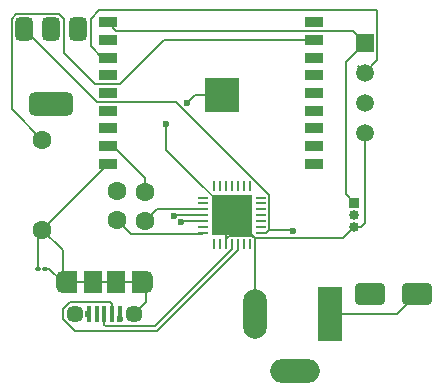
<source format=gbr>
%TF.GenerationSoftware,KiCad,Pcbnew,8.0.6*%
%TF.CreationDate,2025-07-13T00:12:13+05:30*%
%TF.ProjectId,Plant,506c616e-742e-46b6-9963-61645f706362,rev?*%
%TF.SameCoordinates,Original*%
%TF.FileFunction,Copper,L1,Top*%
%TF.FilePolarity,Positive*%
%FSLAX46Y46*%
G04 Gerber Fmt 4.6, Leading zero omitted, Abs format (unit mm)*
G04 Created by KiCad (PCBNEW 8.0.6) date 2025-07-13 00:12:13*
%MOMM*%
%LPD*%
G01*
G04 APERTURE LIST*
G04 Aperture macros list*
%AMRoundRect*
0 Rectangle with rounded corners*
0 $1 Rounding radius*
0 $2 $3 $4 $5 $6 $7 $8 $9 X,Y pos of 4 corners*
0 Add a 4 corners polygon primitive as box body*
4,1,4,$2,$3,$4,$5,$6,$7,$8,$9,$2,$3,0*
0 Add four circle primitives for the rounded corners*
1,1,$1+$1,$2,$3*
1,1,$1+$1,$4,$5*
1,1,$1+$1,$6,$7*
1,1,$1+$1,$8,$9*
0 Add four rect primitives between the rounded corners*
20,1,$1+$1,$2,$3,$4,$5,0*
20,1,$1+$1,$4,$5,$6,$7,0*
20,1,$1+$1,$6,$7,$8,$9,0*
20,1,$1+$1,$8,$9,$2,$3,0*%
G04 Aperture macros list end*
%TA.AperFunction,SMDPad,CuDef*%
%ADD10RoundRect,0.100000X-0.130000X-0.100000X0.130000X-0.100000X0.130000X0.100000X-0.130000X0.100000X0*%
%TD*%
%TA.AperFunction,ComponentPad*%
%ADD11C,1.600000*%
%TD*%
%TA.AperFunction,ComponentPad*%
%ADD12R,2.000000X4.600000*%
%TD*%
%TA.AperFunction,ComponentPad*%
%ADD13O,2.000000X4.200000*%
%TD*%
%TA.AperFunction,ComponentPad*%
%ADD14O,4.200000X2.000000*%
%TD*%
%TA.AperFunction,SMDPad,CuDef*%
%ADD15RoundRect,0.062500X0.062500X-0.337500X0.062500X0.337500X-0.062500X0.337500X-0.062500X-0.337500X0*%
%TD*%
%TA.AperFunction,SMDPad,CuDef*%
%ADD16RoundRect,0.062500X0.337500X-0.062500X0.337500X0.062500X-0.337500X0.062500X-0.337500X-0.062500X0*%
%TD*%
%TA.AperFunction,HeatsinkPad*%
%ADD17R,3.350000X3.350000*%
%TD*%
%TA.AperFunction,SMDPad,CuDef*%
%ADD18RoundRect,0.375000X-0.375000X0.625000X-0.375000X-0.625000X0.375000X-0.625000X0.375000X0.625000X0*%
%TD*%
%TA.AperFunction,SMDPad,CuDef*%
%ADD19RoundRect,0.500000X-1.400000X0.500000X-1.400000X-0.500000X1.400000X-0.500000X1.400000X0.500000X0*%
%TD*%
%TA.AperFunction,ComponentPad*%
%ADD20R,1.500000X1.500000*%
%TD*%
%TA.AperFunction,ComponentPad*%
%ADD21C,1.500000*%
%TD*%
%TA.AperFunction,ComponentPad*%
%ADD22R,0.850000X0.850000*%
%TD*%
%TA.AperFunction,ComponentPad*%
%ADD23O,0.850000X0.850000*%
%TD*%
%TA.AperFunction,SMDPad,CuDef*%
%ADD24RoundRect,0.250000X-1.000000X-0.650000X1.000000X-0.650000X1.000000X0.650000X-1.000000X0.650000X0*%
%TD*%
%TA.AperFunction,SMDPad,CuDef*%
%ADD25R,1.500000X0.900000*%
%TD*%
%TA.AperFunction,HeatsinkPad*%
%ADD26C,0.600000*%
%TD*%
%TA.AperFunction,SMDPad,CuDef*%
%ADD27R,2.900000X2.900000*%
%TD*%
%TA.AperFunction,SMDPad,CuDef*%
%ADD28R,0.400000X1.350000*%
%TD*%
%TA.AperFunction,ComponentPad*%
%ADD29O,1.200000X1.900000*%
%TD*%
%TA.AperFunction,SMDPad,CuDef*%
%ADD30R,1.200000X1.900000*%
%TD*%
%TA.AperFunction,ComponentPad*%
%ADD31C,1.450000*%
%TD*%
%TA.AperFunction,SMDPad,CuDef*%
%ADD32R,1.500000X1.900000*%
%TD*%
%TA.AperFunction,ViaPad*%
%ADD33C,0.600000*%
%TD*%
%TA.AperFunction,Conductor*%
%ADD34C,0.200000*%
%TD*%
G04 APERTURE END LIST*
D10*
%TO.P,R1,1*%
%TO.N,Net-(R1-Pad1)*%
X116687200Y-92862400D03*
%TO.P,R1,2*%
%TO.N,Net-(J1-GND)*%
X117327200Y-92862400D03*
%TD*%
D11*
%TO.P,C1,1*%
%TO.N,Net-(U4-IO9)*%
X125780800Y-86349200D03*
%TO.P,C1,2*%
%TO.N,Net-(U5-~{RTS})*%
X125780800Y-88849200D03*
%TD*%
D12*
%TO.P,J3,1*%
%TO.N,Net-(D1-A)*%
X141406200Y-96723800D03*
D13*
%TO.P,J3,2*%
%TO.N,Net-(J1-GND)*%
X135106200Y-96723800D03*
D14*
%TO.P,J3,3*%
%TO.N,N/C*%
X138506200Y-101523800D03*
%TD*%
D11*
%TO.P,R2,1*%
%TO.N,Net-(U4-IO1)*%
X117068600Y-81960400D03*
%TO.P,R2,2*%
%TO.N,Net-(R1-Pad1)*%
X117068600Y-89560400D03*
%TD*%
%TO.P,C2,1*%
%TO.N,Net-(U5-~{DTR})*%
X123393200Y-88773000D03*
%TO.P,C2,2*%
%TO.N,Net-(U4-EN)*%
X123393200Y-86273000D03*
%TD*%
D15*
%TO.P,U5,1,~{DCD}*%
%TO.N,unconnected-(U5-~{DCD}-Pad1)*%
X131645400Y-90805000D03*
%TO.P,U5,2,~{RI}/CLK*%
%TO.N,unconnected-(U5-~{RI}{slash}CLK-Pad2)*%
X132145400Y-90805000D03*
%TO.P,U5,3,GND*%
%TO.N,Net-(J1-GND)*%
X132645400Y-90805000D03*
%TO.P,U5,4,D+*%
%TO.N,Net-(J1-D+)*%
X133145400Y-90805000D03*
%TO.P,U5,5,D-*%
%TO.N,Net-(J1-D-)*%
X133645400Y-90805000D03*
%TO.P,U5,6,VDD*%
%TO.N,unconnected-(U5-VDD-Pad6)*%
X134145400Y-90805000D03*
%TO.P,U5,7,VREGIN*%
%TO.N,unconnected-(U5-VREGIN-Pad7)*%
X134645400Y-90805000D03*
D16*
%TO.P,U5,8,VBUS*%
%TO.N,Net-(D1-K)*%
X135595400Y-89855000D03*
%TO.P,U5,9,~{RST}*%
%TO.N,unconnected-(U5-~{RST}-Pad9)*%
X135595400Y-89355000D03*
%TO.P,U5,10,NC*%
%TO.N,unconnected-(U5-NC-Pad10)*%
X135595400Y-88855000D03*
%TO.P,U5,11,~{SUSPEND}*%
%TO.N,unconnected-(U5-~{SUSPEND}-Pad11)*%
X135595400Y-88355000D03*
%TO.P,U5,12,SUSPEND*%
%TO.N,unconnected-(U5-SUSPEND-Pad12)*%
X135595400Y-87855000D03*
%TO.P,U5,13,CHREN*%
%TO.N,unconnected-(U5-CHREN-Pad13)*%
X135595400Y-87355000D03*
%TO.P,U5,14,CHR1*%
%TO.N,unconnected-(U5-CHR1-Pad14)*%
X135595400Y-86855000D03*
D15*
%TO.P,U5,15,CHR0*%
%TO.N,unconnected-(U5-CHR0-Pad15)*%
X134645400Y-85905000D03*
%TO.P,U5,16,~{WAKEUP}/GPIO.3*%
%TO.N,unconnected-(U5-~{WAKEUP}{slash}GPIO.3-Pad16)*%
X134145400Y-85905000D03*
%TO.P,U5,17,RS485/GPIO.2*%
%TO.N,unconnected-(U5-RS485{slash}GPIO.2-Pad17)*%
X133645400Y-85905000D03*
%TO.P,U5,18,~{RXT}/GPIO.1*%
%TO.N,unconnected-(U5-~{RXT}{slash}GPIO.1-Pad18)*%
X133145400Y-85905000D03*
%TO.P,U5,19,~{TXT}/GPIO.0*%
%TO.N,unconnected-(U5-~{TXT}{slash}GPIO.0-Pad19)*%
X132645400Y-85905000D03*
%TO.P,U5,20,GPIO.6*%
%TO.N,unconnected-(U5-GPIO.6-Pad20)*%
X132145400Y-85905000D03*
%TO.P,U5,21,GPIO.5*%
%TO.N,unconnected-(U5-GPIO.5-Pad21)*%
X131645400Y-85905000D03*
D16*
%TO.P,U5,22,GPIO.4*%
%TO.N,unconnected-(U5-GPIO.4-Pad22)*%
X130695400Y-86855000D03*
%TO.P,U5,23,~{CTS}*%
%TO.N,unconnected-(U5-~{CTS}-Pad23)*%
X130695400Y-87355000D03*
%TO.P,U5,24,~{RTS}*%
%TO.N,Net-(U5-~{RTS})*%
X130695400Y-87855000D03*
%TO.P,U5,25,RXD*%
%TO.N,Net-(U4-IO21{slash}TXD)*%
X130695400Y-88355000D03*
%TO.P,U5,26,TXD*%
%TO.N,Net-(U4-IO20{slash}RXD)*%
X130695400Y-88855000D03*
%TO.P,U5,27,~{DSR}*%
%TO.N,unconnected-(U5-~{DSR}-Pad27)*%
X130695400Y-89355000D03*
%TO.P,U5,28,~{DTR}*%
%TO.N,Net-(U5-~{DTR})*%
X130695400Y-89855000D03*
D17*
%TO.P,U5,29,GND*%
%TO.N,Net-(J1-GND)*%
X133145400Y-88355000D03*
%TD*%
D18*
%TO.P,U6,1,GND*%
%TO.N,Net-(J1-GND)*%
X120143900Y-72618200D03*
%TO.P,U6,2,VO*%
%TO.N,Net-(J2-Pin_1)*%
X117843900Y-72618200D03*
D19*
X117843900Y-78918200D03*
D18*
%TO.P,U6,3,VI*%
%TO.N,Net-(D1-K)*%
X115543900Y-72618200D03*
%TD*%
D20*
%TO.P,U3,1,VDD*%
%TO.N,Net-(J2-Pin_1)*%
X144373600Y-73736200D03*
D21*
%TO.P,U3,2,DATA*%
%TO.N,Net-(U3-DATA)*%
X144373600Y-76276200D03*
%TO.P,U3,3,NC*%
%TO.N,unconnected-(U3-NC-Pad3)*%
X144373600Y-78816200D03*
%TO.P,U3,4,GND*%
%TO.N,Net-(J1-GND)*%
X144373600Y-81356200D03*
%TD*%
D22*
%TO.P,J2,1,Pin_1*%
%TO.N,Net-(J2-Pin_1)*%
X143481200Y-87315800D03*
D23*
%TO.P,J2,2,Pin_2*%
%TO.N,Net-(J2-Pin_2)*%
X143481200Y-88315800D03*
%TO.P,J2,3,Pin_3*%
%TO.N,Net-(J1-GND)*%
X143481200Y-89315800D03*
%TD*%
D24*
%TO.P,D1,1,K*%
%TO.N,Net-(D1-K)*%
X144812000Y-95046800D03*
%TO.P,D1,2,A*%
%TO.N,Net-(D1-A)*%
X148812000Y-95046800D03*
%TD*%
D25*
%TO.P,U4,1,3V3*%
%TO.N,Net-(J2-Pin_1)*%
X122607600Y-71998600D03*
%TO.P,U4,2,EN*%
%TO.N,Net-(U4-EN)*%
X122607600Y-73498600D03*
%TO.P,U4,3,IO4*%
%TO.N,Net-(U3-DATA)*%
X122607600Y-74998600D03*
%TO.P,U4,4,IO5*%
%TO.N,unconnected-(U4-IO5-Pad4)*%
X122607600Y-76498600D03*
%TO.P,U4,5,IO6*%
%TO.N,unconnected-(U4-IO6-Pad5)*%
X122607600Y-77998600D03*
%TO.P,U4,6,IO7*%
%TO.N,unconnected-(U4-IO7-Pad6)*%
X122607600Y-79498600D03*
%TO.P,U4,7,IO8*%
%TO.N,unconnected-(U4-IO8-Pad7)*%
X122607600Y-80998600D03*
%TO.P,U4,8,IO9*%
%TO.N,Net-(U4-IO9)*%
X122607600Y-82498600D03*
%TO.P,U4,9,GND*%
%TO.N,Net-(J1-GND)*%
X122607600Y-83998600D03*
%TO.P,U4,10,IO10*%
%TO.N,unconnected-(U4-IO10-Pad10)*%
X140107600Y-83998600D03*
%TO.P,U4,11,IO20/RXD*%
%TO.N,Net-(U4-IO20{slash}RXD)*%
X140107600Y-82498600D03*
%TO.P,U4,12,IO21/TXD*%
%TO.N,Net-(U4-IO21{slash}TXD)*%
X140107600Y-80998600D03*
%TO.P,U4,13,IO18*%
%TO.N,unconnected-(U4-IO18-Pad13)*%
X140107600Y-79498600D03*
%TO.P,U4,14,IO19*%
%TO.N,unconnected-(U4-IO19-Pad14)*%
X140107600Y-77998600D03*
%TO.P,U4,15,IO3*%
%TO.N,unconnected-(U4-IO3-Pad15)*%
X140107600Y-76498600D03*
%TO.P,U4,16,IO2*%
%TO.N,unconnected-(U4-IO2-Pad16)*%
X140107600Y-74998600D03*
%TO.P,U4,17,IO1*%
%TO.N,Net-(U4-IO1)*%
X140107600Y-73498600D03*
%TO.P,U4,18,IO0*%
%TO.N,Net-(J2-Pin_2)*%
X140107600Y-71998600D03*
D26*
%TO.P,U4,19,GND*%
%TO.N,Net-(J1-GND)*%
X131217600Y-77648600D03*
X131217600Y-78748600D03*
X131767600Y-77098600D03*
X131767600Y-78198600D03*
X131767600Y-79298600D03*
X132317600Y-77648600D03*
D27*
X132317600Y-78198600D03*
D26*
X132317600Y-78748600D03*
X132867600Y-77098600D03*
X132867600Y-78198600D03*
X132867600Y-79298600D03*
X133417600Y-77648600D03*
X133417600Y-78748600D03*
%TD*%
D28*
%TO.P,J1,1,VBUS*%
%TO.N,Net-(D1-K)*%
X123635800Y-96730800D03*
%TO.P,J1,2,D-*%
%TO.N,Net-(J1-D-)*%
X122985800Y-96730800D03*
%TO.P,J1,3,D+*%
%TO.N,Net-(J1-D+)*%
X122335800Y-96730800D03*
%TO.P,J1,4,ID*%
%TO.N,unconnected-(J1-ID-Pad4)*%
X121685800Y-96730800D03*
%TO.P,J1,5,GND*%
%TO.N,Net-(J1-GND)*%
X121035800Y-96730800D03*
D29*
%TO.P,J1,6,Shield*%
X125835800Y-94030800D03*
D30*
X125235800Y-94030800D03*
D31*
X124835800Y-96730800D03*
D32*
X123335800Y-94030800D03*
X121335800Y-94030800D03*
D31*
X119835800Y-96730800D03*
D30*
X119435800Y-94030800D03*
D29*
X118835800Y-94030800D03*
%TD*%
D33*
%TO.N,Net-(U4-EN)*%
X122631200Y-73482200D03*
%TO.N,Net-(J2-Pin_1)*%
X118084600Y-72440800D03*
X117830600Y-78917800D03*
X122607600Y-71998600D03*
%TO.N,Net-(J1-GND)*%
X127584200Y-80619600D03*
X120985798Y-96730800D03*
X121361200Y-94386400D03*
X120116600Y-72618600D03*
X122607600Y-83998600D03*
X129353558Y-78850242D03*
%TO.N,Net-(J2-Pin_2)*%
X140208000Y-72148600D03*
%TO.N,Net-(U4-IO20{slash}RXD)*%
X128857237Y-88937923D03*
X140107600Y-82498600D03*
%TO.N,Net-(U4-IO21{slash}TXD)*%
X140107600Y-80998600D03*
X128258094Y-88407799D03*
%TO.N,Net-(D1-K)*%
X123686887Y-97155800D03*
X138328400Y-89680000D03*
X144881600Y-95072200D03*
%TD*%
D34*
%TO.N,Net-(J1-GND)*%
X117327200Y-92862400D02*
X117667400Y-92862400D01*
X117667400Y-92862400D02*
X118835800Y-94030800D01*
%TO.N,Net-(R1-Pad1)*%
X116687200Y-92862400D02*
X116687200Y-89941800D01*
X116687200Y-89941800D02*
X116785757Y-89843243D01*
%TO.N,Net-(U5-~{RTS})*%
X130648200Y-87807800D02*
X126822200Y-87807800D01*
X130695400Y-87855000D02*
X130648200Y-87807800D01*
X126822200Y-87807800D02*
X125780800Y-88849200D01*
%TO.N,Net-(U4-IO9)*%
X123061570Y-82498600D02*
X122607600Y-82498600D01*
X125780800Y-85217830D02*
X123061570Y-82498600D01*
X125780800Y-86349200D02*
X125780800Y-85217830D01*
%TO.N,Net-(U5-~{DTR})*%
X130570400Y-89980000D02*
X124600200Y-89980000D01*
X124600200Y-89980000D02*
X123393200Y-88773000D01*
X130695400Y-89855000D02*
X130570400Y-89980000D01*
%TO.N,Net-(U4-EN)*%
X122614800Y-73498600D02*
X122631200Y-73482200D01*
X122607600Y-73498600D02*
X122614800Y-73498600D01*
%TO.N,Net-(J2-Pin_1)*%
X122407000Y-71798000D02*
X122607600Y-71998600D01*
X142756200Y-86590800D02*
X143481200Y-87315800D01*
X117907200Y-72618200D02*
X118084600Y-72440800D01*
X122159000Y-71998600D02*
X122607600Y-71998600D01*
X117843900Y-78918200D02*
X117831000Y-78918200D01*
X117843900Y-72618200D02*
X117907200Y-72618200D01*
X123357600Y-72748600D02*
X143386000Y-72748600D01*
X117831000Y-78918200D02*
X117830600Y-78917800D01*
X142756200Y-75353600D02*
X142756200Y-86590800D01*
X122607600Y-71998600D02*
X123357600Y-72748600D01*
X144373600Y-73736200D02*
X142756200Y-75353600D01*
X143386000Y-72748600D02*
X144373600Y-73736200D01*
%TO.N,Net-(J1-GND)*%
X132931014Y-90105000D02*
X132645400Y-90390614D01*
X132317600Y-78748600D02*
X132317600Y-78198600D01*
X135070400Y-90280000D02*
X142517000Y-90280000D01*
X121005600Y-94030800D02*
X119435800Y-94030800D01*
X134859786Y-90105000D02*
X132931014Y-90105000D01*
X125835800Y-94030800D02*
X121335800Y-94030800D01*
X132645400Y-90390614D02*
X132645400Y-90805000D01*
X135070400Y-90280000D02*
X127584200Y-82793800D01*
X135070400Y-90906600D02*
X135070400Y-90315614D01*
X122428800Y-83998600D02*
X122607600Y-83998600D01*
X144373600Y-81356200D02*
X143981200Y-81748600D01*
X122607600Y-83998600D02*
X122307600Y-83998600D01*
X127584200Y-82793800D02*
X127584200Y-80619600D01*
X144373600Y-89024440D02*
X144082240Y-89315800D01*
X120117000Y-72618200D02*
X120116600Y-72618600D01*
X122607600Y-84021400D02*
X122607600Y-83998600D01*
X120143900Y-72618200D02*
X120117000Y-72618200D01*
X118835800Y-91327600D02*
X117068600Y-89560400D01*
X133284000Y-89829600D02*
X132826800Y-89829600D01*
X130005200Y-78198600D02*
X129353558Y-78850242D01*
X121335800Y-94361000D02*
X121361200Y-94386400D01*
X133145400Y-88355000D02*
X133145400Y-88319386D01*
X133145400Y-88355000D02*
X135070400Y-90280000D01*
X132645400Y-88855000D02*
X133145400Y-88355000D01*
X117068600Y-89560400D02*
X122607600Y-84021400D01*
X121361200Y-94386400D02*
X121005600Y-94030800D01*
X132317600Y-78198600D02*
X130005200Y-78198600D01*
X135070400Y-90315614D02*
X134859786Y-90105000D01*
X135106200Y-90942400D02*
X135070400Y-90906600D01*
X132645400Y-90805000D02*
X132645400Y-88855000D01*
X118835800Y-94030800D02*
X118835800Y-91327600D01*
X144373600Y-81356200D02*
X144373600Y-89024440D01*
X135070400Y-91294386D02*
X135070400Y-90906600D01*
X125835800Y-95730800D02*
X124835800Y-96730800D01*
X142517000Y-90280000D02*
X143481200Y-89315800D01*
X121335800Y-94030800D02*
X121335800Y-94361000D01*
X144082240Y-89315800D02*
X143481200Y-89315800D01*
X135106200Y-96723800D02*
X135106200Y-90942400D01*
X125835800Y-94030800D02*
X125835800Y-95730800D01*
X133526800Y-89586800D02*
X133284000Y-89829600D01*
%TO.N,Net-(J2-Pin_2)*%
X140107600Y-72048200D02*
X140208000Y-72148600D01*
X140107600Y-71998600D02*
X140107600Y-72048200D01*
%TO.N,Net-(U4-IO1)*%
X118498494Y-71318200D02*
X118893900Y-71713606D01*
X127407600Y-73498600D02*
X140107600Y-73498600D01*
X118893900Y-71713606D02*
X118893900Y-74584900D01*
X117068600Y-81960400D02*
X114493900Y-79385700D01*
X118893900Y-74584900D02*
X121557600Y-77248600D01*
X121557600Y-77248600D02*
X123657600Y-77248600D01*
X114889306Y-71318200D02*
X118498494Y-71318200D01*
X114493900Y-79385700D02*
X114493900Y-71713606D01*
X123657600Y-77248600D02*
X127407600Y-73498600D01*
X114493900Y-71713606D02*
X114889306Y-71318200D01*
%TO.N,Net-(U3-DATA)*%
X145457600Y-71057178D02*
X145399022Y-70998600D01*
X144373600Y-76276200D02*
X143846000Y-75748600D01*
X121193900Y-74026100D02*
X122166400Y-74998600D01*
X145399022Y-70998600D02*
X121908906Y-70998600D01*
X122166400Y-74998600D02*
X122607600Y-74998600D01*
X144373600Y-76276200D02*
X145457600Y-75192200D01*
X121193900Y-71713606D02*
X121193900Y-74026100D01*
X145457600Y-75192200D02*
X145457600Y-71057178D01*
X121908906Y-70998600D02*
X121193900Y-71713606D01*
%TO.N,Net-(U4-IO20{slash}RXD)*%
X130695400Y-88855000D02*
X128860000Y-88855000D01*
X128860000Y-88855000D02*
X128857237Y-88857763D01*
X140107600Y-82498600D02*
X140407600Y-82498600D01*
X128857237Y-88857763D02*
X128857237Y-88937923D01*
%TO.N,Net-(U4-IO21{slash}TXD)*%
X130656200Y-88315800D02*
X128905000Y-88315800D01*
X140107600Y-80998600D02*
X140407600Y-80998600D01*
X130695400Y-88355000D02*
X130656200Y-88315800D01*
X128350093Y-88315800D02*
X128258094Y-88407799D01*
X128905000Y-88315800D02*
X128350093Y-88315800D01*
X128905000Y-88315800D02*
X129006600Y-88315800D01*
%TO.N,Net-(D1-K)*%
X144812000Y-95046800D02*
X144856200Y-95046800D01*
X134859786Y-85205000D02*
X136295400Y-86640614D01*
X136295400Y-89569386D02*
X136009786Y-89855000D01*
X136009786Y-89855000D02*
X135595400Y-89855000D01*
X121674300Y-78748600D02*
X115543900Y-72618200D01*
X138379200Y-89865200D02*
X138328400Y-89814400D01*
X144856200Y-95046800D02*
X144881600Y-95072200D01*
X138328400Y-89814400D02*
X138328400Y-89680000D01*
X136295400Y-86640614D02*
X128403386Y-78748600D01*
X138083386Y-89569386D02*
X138379200Y-89865200D01*
X128403386Y-78748600D02*
X121674300Y-78748600D01*
X136295400Y-89569386D02*
X138083386Y-89569386D01*
X136295400Y-86640614D02*
X136295400Y-89569386D01*
%TO.N,Net-(J1-D+)*%
X133145400Y-90805000D02*
X133145400Y-91219386D01*
X122485800Y-97755800D02*
X122335800Y-97605800D01*
X133145400Y-91219386D02*
X126608986Y-97755800D01*
X122335800Y-97605800D02*
X122335800Y-96730800D01*
X126608986Y-97755800D02*
X122485800Y-97755800D01*
%TO.N,Net-(J1-D-)*%
X133645400Y-91285072D02*
X126774672Y-98155800D01*
X126774672Y-98155800D02*
X119811231Y-98155800D01*
X122985800Y-95855800D02*
X122985800Y-96730800D01*
X118810800Y-97155369D02*
X118810800Y-96306231D01*
X118810800Y-96306231D02*
X119411231Y-95705800D01*
X119811231Y-98155800D02*
X118810800Y-97155369D01*
X133645400Y-90805000D02*
X133645400Y-91285072D01*
X122835800Y-95705800D02*
X122985800Y-95855800D01*
X119411231Y-95705800D02*
X122835800Y-95705800D01*
%TO.N,Net-(D1-A)*%
X147135000Y-96723800D02*
X148812000Y-95046800D01*
X141406200Y-96723800D02*
X147135000Y-96723800D01*
%TD*%
M02*

</source>
